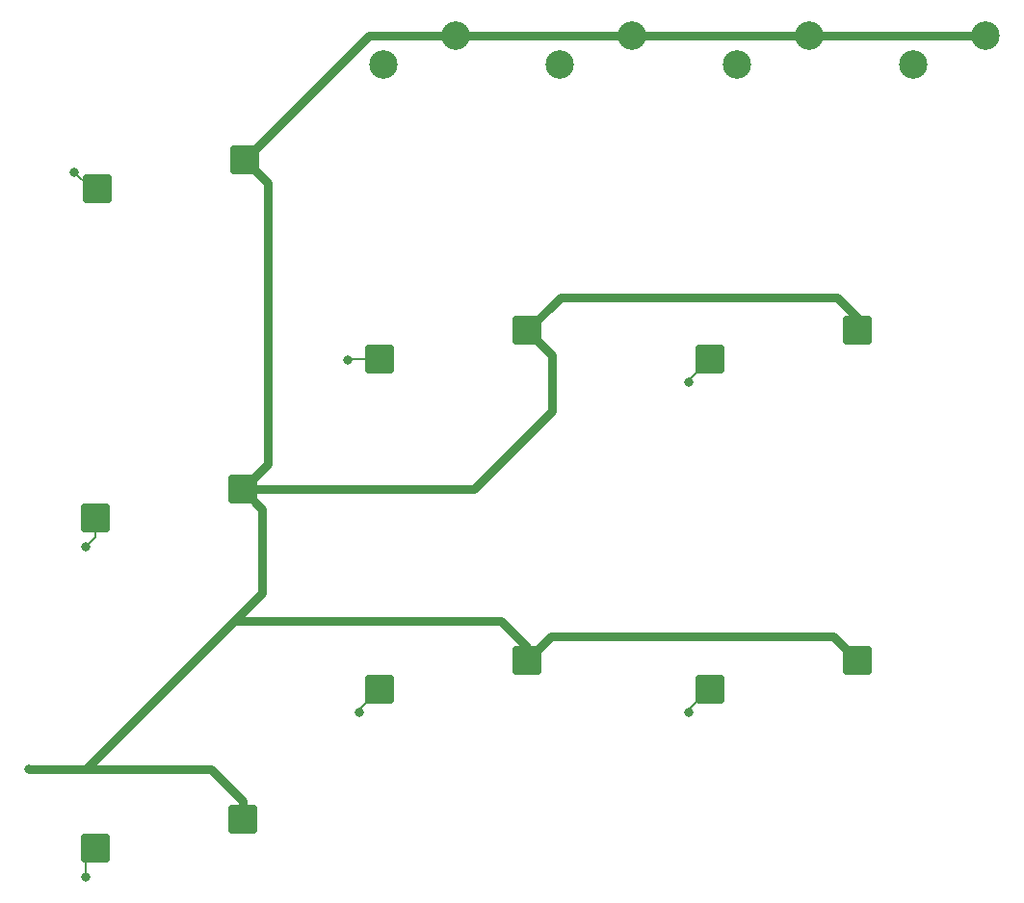
<source format=gbr>
%TF.GenerationSoftware,KiCad,Pcbnew,8.0.4*%
%TF.CreationDate,2024-07-29T15:22:08-07:00*%
%TF.ProjectId,3board_b,33626f61-7264-45f6-922e-6b696361645f,rev?*%
%TF.SameCoordinates,Original*%
%TF.FileFunction,Copper,L2,Bot*%
%TF.FilePolarity,Positive*%
%FSLAX46Y46*%
G04 Gerber Fmt 4.6, Leading zero omitted, Abs format (unit mm)*
G04 Created by KiCad (PCBNEW 8.0.4) date 2024-07-29 15:22:08*
%MOMM*%
%LPD*%
G01*
G04 APERTURE LIST*
G04 Aperture macros list*
%AMRoundRect*
0 Rectangle with rounded corners*
0 $1 Rounding radius*
0 $2 $3 $4 $5 $6 $7 $8 $9 X,Y pos of 4 corners*
0 Add a 4 corners polygon primitive as box body*
4,1,4,$2,$3,$4,$5,$6,$7,$8,$9,$2,$3,0*
0 Add four circle primitives for the rounded corners*
1,1,$1+$1,$2,$3*
1,1,$1+$1,$4,$5*
1,1,$1+$1,$6,$7*
1,1,$1+$1,$8,$9*
0 Add four rect primitives between the rounded corners*
20,1,$1+$1,$2,$3,$4,$5,0*
20,1,$1+$1,$4,$5,$6,$7,0*
20,1,$1+$1,$6,$7,$8,$9,0*
20,1,$1+$1,$8,$9,$2,$3,0*%
G04 Aperture macros list end*
%TA.AperFunction,SMDPad,CuDef*%
%ADD10RoundRect,0.250000X-1.025000X-1.000000X1.025000X-1.000000X1.025000X1.000000X-1.025000X1.000000X0*%
%TD*%
%TA.AperFunction,ComponentPad*%
%ADD11C,2.500000*%
%TD*%
%TA.AperFunction,ViaPad*%
%ADD12C,0.800000*%
%TD*%
%TA.AperFunction,Conductor*%
%ADD13C,0.150000*%
%TD*%
%TA.AperFunction,Conductor*%
%ADD14C,0.800000*%
%TD*%
G04 APERTURE END LIST*
D10*
%TO.P,SW4_LP,1,1*%
%TO.N,/Buttons/B3*%
X110083943Y-66460000D03*
%TO.P,SW4_LP,2,2*%
%TO.N,GND*%
X123010943Y-63920000D03*
%TD*%
D11*
%TO.P,SW15_TOUCHPAD,1,1*%
%TO.N,/Buttons/A2*%
X181925000Y-26540000D03*
%TO.P,SW15_TOUCHPAD,2,2*%
%TO.N,GND*%
X188275000Y-24000000D03*
%TD*%
%TO.P,SW10_SHARE,1,1*%
%TO.N,/Buttons/S1*%
X150925000Y-26540000D03*
%TO.P,SW10_SHARE,2,2*%
%TO.N,GND*%
X157275000Y-24000000D03*
%TD*%
D10*
%TO.P,SW9_HK,1,1*%
%TO.N,/Buttons/R2*%
X164083943Y-81460000D03*
%TO.P,SW9_HK,2,2*%
%TO.N,GND*%
X177010943Y-78920000D03*
%TD*%
%TO.P,SW3_MK,1,1*%
%TO.N,/Buttons/B2*%
X135083943Y-81460000D03*
%TO.P,SW3_MK,2,2*%
%TO.N,GND*%
X148010943Y-78920000D03*
%TD*%
%TO.P,SW2_LK,1,1*%
%TO.N,/Buttons/B1*%
X110083943Y-95460000D03*
%TO.P,SW2_LK,2,2*%
%TO.N,GND*%
X123010943Y-92920000D03*
%TD*%
%TO.P,SW5_MP,1,1*%
%TO.N,/Buttons/B4*%
X135083943Y-52460000D03*
%TO.P,SW5_MP,2,2*%
%TO.N,GND*%
X148010943Y-49920000D03*
%TD*%
D11*
%TO.P,SW14_PS,1,1*%
%TO.N,/Buttons/A1*%
X166425000Y-26540000D03*
%TO.P,SW14_PS,2,2*%
%TO.N,GND*%
X172775000Y-24000000D03*
%TD*%
D10*
%TO.P,SW6_DI,1,1*%
%TO.N,/Buttons/L1*%
X110264257Y-37460561D03*
%TO.P,SW6_DI,2,2*%
%TO.N,GND*%
X123191257Y-34920561D03*
%TD*%
%TO.P,SW7_HP,1,1*%
%TO.N,/Buttons/R1*%
X164083943Y-52460000D03*
%TO.P,SW7_HP,2,2*%
%TO.N,GND*%
X177010943Y-49920000D03*
%TD*%
D11*
%TO.P,SW11_START,1,1*%
%TO.N,/Buttons/S2*%
X135425000Y-26540000D03*
%TO.P,SW11_START,2,2*%
%TO.N,GND*%
X141775000Y-24000000D03*
%TD*%
D12*
%TO.N,GND*%
X104235000Y-88500000D03*
%TO.N,/Buttons/L1*%
X108235000Y-36000000D03*
%TO.N,/Buttons/R1*%
X162235000Y-54500000D03*
%TO.N,/Buttons/B4*%
X132235000Y-52500000D03*
%TO.N,/Buttons/B3*%
X109235000Y-69000000D03*
%TO.N,/Buttons/R2*%
X162235000Y-83500000D03*
%TO.N,/Buttons/B2*%
X133235000Y-83500000D03*
%TO.N,/Buttons/B1*%
X109235000Y-98000000D03*
%TD*%
D13*
%TO.N,/Buttons/R1*%
X162235000Y-54308943D02*
X164083943Y-52460000D01*
X162235000Y-54500000D02*
X162235000Y-54308943D01*
D14*
%TO.N,GND*%
X123010943Y-63920000D02*
X133010943Y-63920000D01*
X177010943Y-78920000D02*
X174905943Y-76815000D01*
X177010943Y-49920000D02*
X177010943Y-48775943D01*
X124735000Y-73000000D02*
X109235000Y-88500000D01*
X174905943Y-76815000D02*
X150115943Y-76815000D01*
X125235000Y-61695943D02*
X125235000Y-36964304D01*
X123010943Y-63920000D02*
X125235000Y-61695943D01*
X175235000Y-47000000D02*
X150930943Y-47000000D01*
X148010943Y-49920000D02*
X150235000Y-52144057D01*
X148010943Y-77775943D02*
X145735000Y-75500000D01*
X124735000Y-65644057D02*
X124735000Y-73000000D01*
X177010943Y-48775943D02*
X175235000Y-47000000D01*
X188275000Y-24000000D02*
X141775000Y-24000000D01*
X123010943Y-63920000D02*
X124735000Y-65644057D01*
X150115943Y-76815000D02*
X148010943Y-78920000D01*
X143315000Y-63920000D02*
X133010943Y-63920000D01*
X120235000Y-88500000D02*
X104235000Y-88500000D01*
X123010943Y-92920000D02*
X123010943Y-91275943D01*
X122235000Y-75500000D02*
X109235000Y-88500000D01*
X134111818Y-24000000D02*
X123191257Y-34920561D01*
X123010943Y-91275943D02*
X120235000Y-88500000D01*
X150235000Y-52144057D02*
X150235000Y-57000000D01*
X150930943Y-47000000D02*
X148010943Y-49920000D01*
X148010943Y-78920000D02*
X148010943Y-77775943D01*
X125235000Y-36964304D02*
X123191257Y-34920561D01*
X109235000Y-88500000D02*
X104235000Y-88500000D01*
X145735000Y-75500000D02*
X122235000Y-75500000D01*
X141775000Y-24000000D02*
X134111818Y-24000000D01*
X150235000Y-57000000D02*
X143315000Y-63920000D01*
D13*
%TO.N,/Buttons/L1*%
X109695561Y-37460561D02*
X108235000Y-36000000D01*
X110264257Y-37460561D02*
X109695561Y-37460561D01*
%TO.N,/Buttons/R1*%
X164083943Y-52460000D02*
X164083943Y-51848943D01*
%TO.N,/Buttons/B4*%
X135083943Y-52460000D02*
X132275000Y-52460000D01*
%TO.N,/Buttons/B3*%
X110083943Y-68151057D02*
X109235000Y-69000000D01*
X110083943Y-66460000D02*
X110083943Y-68151057D01*
%TO.N,/Buttons/R2*%
X162235000Y-83308943D02*
X164083943Y-81460000D01*
X162235000Y-83500000D02*
X162235000Y-83308943D01*
%TO.N,/Buttons/B2*%
X133235000Y-83308943D02*
X135083943Y-81460000D01*
X133235000Y-83500000D02*
X133235000Y-83308943D01*
%TO.N,/Buttons/B1*%
X109235000Y-98000000D02*
X109235000Y-96308943D01*
X109235000Y-96308943D02*
X110083943Y-95460000D01*
%TD*%
M02*

</source>
